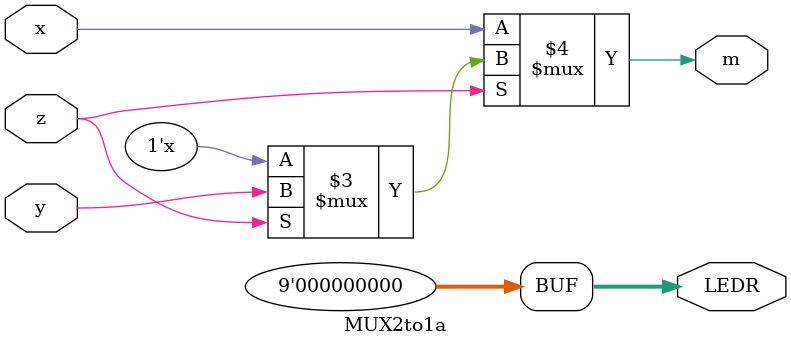
<source format=v>
module MUX2to1a (
	input wire x, y, z,								// set x, y, and z as inputs
	output wire m,										// set m as an output
	output [9:1] LEDR);								// LEDR as output for unused LEDS

	assign m = (z == 1'b0) ? x :					// assign m to x or y depending on z
				  (z == 1'b1) ? y :
				  1'bX;
				  
	assign LEDR [9:1] = 8'b00000000;				// assign unused LEDs to low
			
endmodule
</source>
